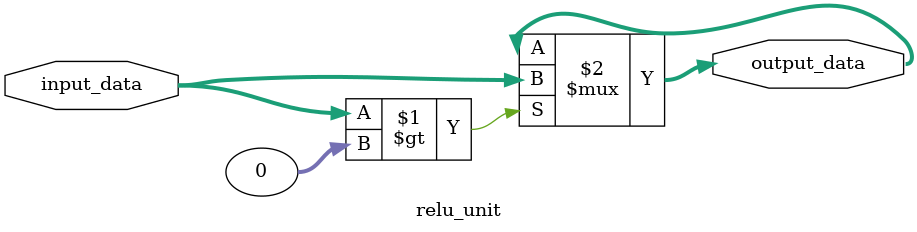
<source format=sv>
`ifndef RELU_UNIT
`define RELU_UNIT

`include "/home/mbyx4np3/COMP30040/COMP30040/src/common/definitions.v"

module relu_unit #(
  parameter D_WIDTH = -1
)(
  input  wire [D_WIDTH-1:0] input_data,
  output wire [D_WIDTH-1:0] output_data
);

  assign output_data = input_data > 0 ? input_data : output_data;

endmodule

`endif
</source>
